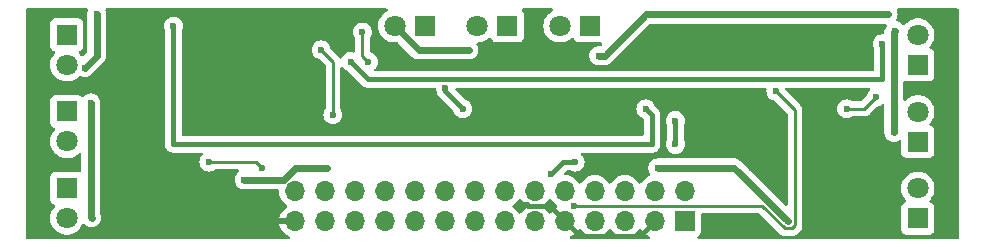
<source format=gbr>
%TF.GenerationSoftware,KiCad,Pcbnew,8.0.0*%
%TF.CreationDate,2024-03-24T17:38:24+02:00*%
%TF.ProjectId,Sensing1_0,53656e73-696e-4673-915f-302e6b696361,rev?*%
%TF.SameCoordinates,Original*%
%TF.FileFunction,Copper,L2,Bot*%
%TF.FilePolarity,Positive*%
%FSLAX46Y46*%
G04 Gerber Fmt 4.6, Leading zero omitted, Abs format (unit mm)*
G04 Created by KiCad (PCBNEW 8.0.0) date 2024-03-24 17:38:24*
%MOMM*%
%LPD*%
G01*
G04 APERTURE LIST*
%TA.AperFunction,ComponentPad*%
%ADD10R,1.800000X1.800000*%
%TD*%
%TA.AperFunction,ComponentPad*%
%ADD11C,1.800000*%
%TD*%
%TA.AperFunction,ComponentPad*%
%ADD12O,1.700000X1.700000*%
%TD*%
%TA.AperFunction,ComponentPad*%
%ADD13R,1.700000X1.700000*%
%TD*%
%TA.AperFunction,ViaPad*%
%ADD14C,0.600000*%
%TD*%
%TA.AperFunction,Conductor*%
%ADD15C,0.400000*%
%TD*%
%TA.AperFunction,Conductor*%
%ADD16C,0.600000*%
%TD*%
%TA.AperFunction,Conductor*%
%ADD17C,0.250000*%
%TD*%
G04 APERTURE END LIST*
D10*
%TO.P,D7,1,K*%
%TO.N,Net-(D7-K)*%
X155525000Y-59275000D03*
D11*
%TO.P,D7,2,A*%
%TO.N,+BATT*%
X155525000Y-56735000D03*
%TD*%
D10*
%TO.P,D6,1,K*%
%TO.N,Net-(D6-K)*%
X127775000Y-42975000D03*
D11*
%TO.P,D6,2,A*%
%TO.N,+BATT*%
X125235000Y-42975000D03*
%TD*%
D10*
%TO.P,D4,1,K*%
%TO.N,Net-(D4-K)*%
X83475000Y-43725000D03*
D11*
%TO.P,D4,2,A*%
%TO.N,+BATT*%
X83475000Y-46265000D03*
%TD*%
D10*
%TO.P,D3,1,K*%
%TO.N,Net-(D3-K)*%
X155525000Y-46275000D03*
D11*
%TO.P,D3,2,A*%
%TO.N,+BATT*%
X155525000Y-43735000D03*
%TD*%
D10*
%TO.P,D2,1,K*%
%TO.N,Net-(D2-K)*%
X113775000Y-42975000D03*
D11*
%TO.P,D2,2,A*%
%TO.N,+BATT*%
X111235000Y-42975000D03*
%TD*%
D10*
%TO.P,D1,1,K*%
%TO.N,Net-(D1-K)*%
X83475000Y-56725000D03*
D11*
%TO.P,D1,2,A*%
%TO.N,+BATT*%
X83475000Y-59265000D03*
%TD*%
D12*
%TO.P,J1,28,Pin_28*%
%TO.N,unconnected-(J1-Pin_28-Pad28)*%
X102780000Y-56960000D03*
%TO.P,J1,27,Pin_27*%
%TO.N,GND*%
X102780000Y-59500000D03*
%TO.P,J1,26,Pin_26*%
%TO.N,+BATT*%
X105320000Y-56960000D03*
%TO.P,J1,25,Pin_25*%
%TO.N,unconnected-(J1-Pin_25-Pad25)*%
X105320000Y-59500000D03*
%TO.P,J1,24,Pin_24*%
%TO.N,unconnected-(J1-Pin_24-Pad24)*%
X107860000Y-56960000D03*
%TO.P,J1,23,Pin_23*%
%TO.N,unconnected-(J1-Pin_23-Pad23)*%
X107860000Y-59500000D03*
%TO.P,J1,22,Pin_22*%
%TO.N,unconnected-(J1-Pin_22-Pad22)*%
X110400000Y-56960000D03*
%TO.P,J1,21,Pin_21*%
%TO.N,GND*%
X110400000Y-59500000D03*
%TO.P,J1,20,Pin_20*%
%TO.N,unconnected-(J1-Pin_20-Pad20)*%
X112940000Y-56960000D03*
%TO.P,J1,19,Pin_19*%
%TO.N,unconnected-(J1-Pin_19-Pad19)*%
X112940000Y-59500000D03*
%TO.P,J1,18,Pin_18*%
%TO.N,unconnected-(J1-Pin_18-Pad18)*%
X115480000Y-56960000D03*
%TO.P,J1,17,Pin_17*%
%TO.N,unconnected-(J1-Pin_17-Pad17)*%
X115480000Y-59500000D03*
%TO.P,J1,16,Pin_16*%
%TO.N,unconnected-(J1-Pin_16-Pad16)*%
X118020000Y-56960000D03*
%TO.P,J1,15,Pin_15*%
%TO.N,GND*%
X118020000Y-59500000D03*
%TO.P,J1,14,Pin_14*%
%TO.N,unconnected-(J1-Pin_14-Pad14)*%
X120560000Y-56960000D03*
%TO.P,J1,13,Pin_13*%
%TO.N,unconnected-(J1-Pin_13-Pad13)*%
X120560000Y-59500000D03*
%TO.P,J1,12,Pin_12*%
%TO.N,/PE13*%
X123100000Y-56960000D03*
%TO.P,J1,11,Pin_11*%
%TO.N,/PA5*%
X123100000Y-59500000D03*
%TO.P,J1,10,Pin_10*%
%TO.N,/PE14*%
X125640000Y-56960000D03*
%TO.P,J1,9,Pin_9*%
%TO.N,GND*%
X125640000Y-59500000D03*
%TO.P,J1,8,Pin_8*%
%TO.N,unconnected-(J1-Pin_8-Pad8)*%
X128180000Y-56960000D03*
%TO.P,J1,7,Pin_7*%
%TO.N,/PA4*%
X128180000Y-59500000D03*
%TO.P,J1,6,Pin_6*%
%TO.N,unconnected-(J1-Pin_6-Pad6)*%
X130720000Y-56960000D03*
%TO.P,J1,5,Pin_5*%
%TO.N,/PA3*%
X130720000Y-59500000D03*
%TO.P,J1,4,Pin_4*%
%TO.N,+BATT*%
X133260000Y-56960000D03*
%TO.P,J1,3,Pin_3*%
%TO.N,GND*%
X133260000Y-59500000D03*
%TO.P,J1,2,Pin_2*%
%TO.N,unconnected-(J1-Pin_2-Pad2)*%
X135800000Y-56960000D03*
D13*
%TO.P,J1,1,Pin_1*%
%TO.N,unconnected-(J1-Pin_1-Pad1)*%
X135800000Y-59500000D03*
%TD*%
D10*
%TO.P,D9,1,K*%
%TO.N,+BATT*%
X155525000Y-52775000D03*
D11*
%TO.P,D9,2,A*%
%TO.N,/PA5*%
X155525000Y-50235000D03*
%TD*%
D10*
%TO.P,D8,1,K*%
%TO.N,+BATT*%
X120775000Y-42975000D03*
D11*
%TO.P,D8,2,A*%
%TO.N,/PA4*%
X118235000Y-42975000D03*
%TD*%
D10*
%TO.P,D5,1,K*%
%TO.N,+BATT*%
X83475000Y-50225000D03*
D11*
%TO.P,D5,2,A*%
%TO.N,/PA3*%
X83475000Y-52765000D03*
%TD*%
D14*
%TO.N,GND*%
X125500000Y-49500000D03*
X115500000Y-51125000D03*
%TO.N,+BATT*%
X117500000Y-45000000D03*
%TO.N,GND*%
X122425373Y-58129353D03*
X146500000Y-58500000D03*
X147993662Y-55982420D03*
%TO.N,/PA4*%
X117000000Y-50000000D03*
X115500000Y-48200000D03*
%TO.N,GND*%
X143500000Y-55500000D03*
X138000000Y-49500000D03*
X141500000Y-55000000D03*
X91500000Y-57500000D03*
X101000000Y-58000000D03*
%TO.N,/PE14*%
X126500000Y-54500000D03*
X124500000Y-55500000D03*
%TO.N,/PA5*%
X143500000Y-48500000D03*
X126380000Y-58230451D03*
%TO.N,+BATT*%
X133500000Y-55000000D03*
X144500000Y-59500000D03*
X105500000Y-55000000D03*
X98500000Y-56000000D03*
%TO.N,/PA4*%
X105000000Y-45000000D03*
X106000000Y-50500000D03*
%TO.N,/PA3*%
X95500000Y-54500000D03*
X100000000Y-55000000D03*
%TO.N,+BATT*%
X153500000Y-52000000D03*
X153619975Y-43380025D03*
X153000000Y-42000000D03*
X128500000Y-45500000D03*
X85563050Y-59200000D03*
X85500000Y-49500000D03*
X85000000Y-46500000D03*
X86000000Y-42000000D03*
%TO.N,Net-(Q2-C)*%
X92500000Y-43000000D03*
X132500000Y-50000000D03*
%TO.N,/PA4*%
X109000000Y-46000000D03*
X108500000Y-43500000D03*
%TO.N,Net-(JP13-A)*%
X152000000Y-49000000D03*
X149500000Y-50000000D03*
%TO.N,Net-(JP6-A)*%
X135000000Y-53000000D03*
X135000000Y-51000000D03*
%TO.N,Net-(Q1-C)*%
X107500000Y-46000000D03*
X152500000Y-44500000D03*
%TD*%
D15*
%TO.N,GND*%
X124000000Y-51000000D02*
X125500000Y-49500000D01*
X115500000Y-51125000D02*
X115625000Y-51000000D01*
X115625000Y-51000000D02*
X124000000Y-51000000D01*
D16*
%TO.N,+BATT*%
X113260000Y-45000000D02*
X111235000Y-42975000D01*
X117500000Y-45000000D02*
X113260000Y-45000000D01*
D17*
%TO.N,/PA5*%
X145125000Y-50125000D02*
X143500000Y-48500000D01*
X144875000Y-60125000D02*
X145125000Y-59875000D01*
X144241116Y-60125000D02*
X144875000Y-60125000D01*
X145125000Y-59875000D02*
X145125000Y-50125000D01*
X126380000Y-58230451D02*
X142346567Y-58230451D01*
X142346567Y-58230451D02*
X144241116Y-60125000D01*
D15*
%TO.N,GND*%
X132010000Y-60750000D02*
X133260000Y-59500000D01*
X126890000Y-60750000D02*
X132010000Y-60750000D01*
X125640000Y-59500000D02*
X126890000Y-60750000D01*
X122425373Y-58129353D02*
X122506020Y-58210000D01*
X122506020Y-58210000D02*
X124350000Y-58210000D01*
X124350000Y-58210000D02*
X125640000Y-59500000D01*
X147993662Y-57006338D02*
X146500000Y-58500000D01*
X147993662Y-55982420D02*
X147993662Y-57006338D01*
%TO.N,/PA4*%
X115500000Y-48500000D02*
X117000000Y-50000000D01*
X115500000Y-48200000D02*
X115500000Y-48500000D01*
D17*
%TO.N,GND*%
X142000000Y-55500000D02*
X141500000Y-55000000D01*
X143500000Y-55500000D02*
X142000000Y-55500000D01*
D15*
X141500000Y-53000000D02*
X138000000Y-49500000D01*
X141500000Y-55000000D02*
X141500000Y-53000000D01*
X101000000Y-58000000D02*
X92000000Y-58000000D01*
X92000000Y-58000000D02*
X91500000Y-57500000D01*
%TO.N,/PE14*%
X126500000Y-54500000D02*
X125500000Y-54500000D01*
X125500000Y-54500000D02*
X124500000Y-55500000D01*
D16*
%TO.N,+BATT*%
X140000000Y-55000000D02*
X133500000Y-55000000D01*
X144500000Y-59500000D02*
X140000000Y-55000000D01*
X101830811Y-56000000D02*
X102830811Y-55000000D01*
X102830811Y-55000000D02*
X105500000Y-55000000D01*
X98500000Y-56000000D02*
X101830811Y-56000000D01*
D17*
%TO.N,/PA4*%
X106000000Y-46000000D02*
X105000000Y-45000000D01*
X106000000Y-50500000D02*
X106000000Y-46000000D01*
%TO.N,/PA3*%
X100000000Y-55000000D02*
X99500000Y-54500000D01*
X99500000Y-54500000D02*
X95500000Y-54500000D01*
D16*
%TO.N,+BATT*%
X153619975Y-43380025D02*
X153500000Y-43500000D01*
X153500000Y-43500000D02*
X153500000Y-52000000D01*
X129000000Y-45500000D02*
X132500000Y-42000000D01*
X128500000Y-45500000D02*
X129000000Y-45500000D01*
X132500000Y-42000000D02*
X153000000Y-42000000D01*
X85500000Y-59136950D02*
X85563050Y-59200000D01*
X85500000Y-49500000D02*
X85500000Y-59136950D01*
X86000000Y-45500000D02*
X85000000Y-46500000D01*
X86000000Y-42000000D02*
X86000000Y-45500000D01*
D15*
%TO.N,Net-(Q2-C)*%
X92500000Y-43000000D02*
X92500000Y-53000000D01*
X133000000Y-50500000D02*
X132500000Y-50000000D01*
X133000000Y-53000000D02*
X133000000Y-50500000D01*
X92500000Y-53000000D02*
X133000000Y-53000000D01*
D17*
%TO.N,/PA4*%
X108500000Y-45500000D02*
X109000000Y-46000000D01*
X108500000Y-43500000D02*
X108500000Y-45500000D01*
%TO.N,Net-(JP13-A)*%
X151000000Y-50000000D02*
X152000000Y-49000000D01*
X149500000Y-50000000D02*
X151000000Y-50000000D01*
D15*
%TO.N,Net-(JP6-A)*%
X135000000Y-51000000D02*
X135000000Y-53000000D01*
%TO.N,Net-(Q1-C)*%
X109000000Y-47500000D02*
X107500000Y-46000000D01*
X152500000Y-44500000D02*
X152500000Y-45500000D01*
X152500000Y-47500000D02*
X109000000Y-47500000D01*
X152500000Y-45500000D02*
X152500000Y-47500000D01*
%TD*%
%TA.AperFunction,Conductor*%
%TO.N,GND*%
G36*
X85218968Y-41520185D02*
G01*
X85264723Y-41572989D01*
X85274667Y-41642147D01*
X85268971Y-41665452D01*
X85262363Y-41684335D01*
X85252982Y-41711142D01*
X85250504Y-41717631D01*
X85230264Y-41766496D01*
X85230263Y-41766502D01*
X85227550Y-41780140D01*
X85222975Y-41796898D01*
X85214634Y-41820735D01*
X85214632Y-41820742D01*
X85208890Y-41871696D01*
X85207288Y-41881994D01*
X85199500Y-41921152D01*
X85199500Y-41948085D01*
X85198720Y-41961968D01*
X85194435Y-42000000D01*
X85197491Y-42027127D01*
X85198720Y-42038029D01*
X85199500Y-42051914D01*
X85199500Y-45117059D01*
X85179815Y-45184098D01*
X85163181Y-45204740D01*
X84842941Y-45524980D01*
X84781618Y-45558465D01*
X84711926Y-45553481D01*
X84655993Y-45511609D01*
X84651451Y-45505121D01*
X84646627Y-45497738D01*
X84583979Y-45401847D01*
X84489195Y-45298884D01*
X84458275Y-45236232D01*
X84466135Y-45166806D01*
X84510283Y-45112651D01*
X84537095Y-45098722D01*
X84617326Y-45068798D01*
X84617326Y-45068797D01*
X84617331Y-45068796D01*
X84732546Y-44982546D01*
X84818796Y-44867331D01*
X84869091Y-44732483D01*
X84875500Y-44672873D01*
X84875499Y-42777128D01*
X84869091Y-42717517D01*
X84868014Y-42714630D01*
X84818797Y-42582671D01*
X84818793Y-42582664D01*
X84732547Y-42467455D01*
X84732544Y-42467452D01*
X84617335Y-42381206D01*
X84617328Y-42381202D01*
X84482482Y-42330908D01*
X84482483Y-42330908D01*
X84422883Y-42324501D01*
X84422881Y-42324500D01*
X84422873Y-42324500D01*
X84422864Y-42324500D01*
X82527129Y-42324500D01*
X82527123Y-42324501D01*
X82467516Y-42330908D01*
X82332671Y-42381202D01*
X82332664Y-42381206D01*
X82217455Y-42467452D01*
X82217452Y-42467455D01*
X82131206Y-42582664D01*
X82131202Y-42582671D01*
X82080908Y-42717517D01*
X82074501Y-42777116D01*
X82074501Y-42777123D01*
X82074500Y-42777135D01*
X82074500Y-44672870D01*
X82074501Y-44672876D01*
X82080908Y-44732483D01*
X82131202Y-44867328D01*
X82131206Y-44867335D01*
X82217452Y-44982544D01*
X82217455Y-44982547D01*
X82332664Y-45068793D01*
X82332673Y-45068798D01*
X82412904Y-45098722D01*
X82468838Y-45140593D01*
X82493256Y-45206057D01*
X82478405Y-45274330D01*
X82460802Y-45298886D01*
X82366019Y-45401849D01*
X82239075Y-45596151D01*
X82145842Y-45808699D01*
X82088866Y-46033691D01*
X82088864Y-46033702D01*
X82069700Y-46264993D01*
X82069700Y-46265006D01*
X82088864Y-46496297D01*
X82088866Y-46496308D01*
X82145842Y-46721300D01*
X82239075Y-46933848D01*
X82366016Y-47128147D01*
X82366019Y-47128151D01*
X82366021Y-47128153D01*
X82523216Y-47298913D01*
X82523219Y-47298915D01*
X82523222Y-47298918D01*
X82706365Y-47441464D01*
X82706371Y-47441468D01*
X82706374Y-47441470D01*
X82910497Y-47551936D01*
X83024487Y-47591068D01*
X83130015Y-47627297D01*
X83130017Y-47627297D01*
X83130019Y-47627298D01*
X83358951Y-47665500D01*
X83358952Y-47665500D01*
X83591048Y-47665500D01*
X83591049Y-47665500D01*
X83819981Y-47627298D01*
X84039503Y-47551936D01*
X84243626Y-47441470D01*
X84426784Y-47298913D01*
X84426788Y-47298907D01*
X84426792Y-47298905D01*
X84472277Y-47249494D01*
X84481343Y-47239644D01*
X84541229Y-47203653D01*
X84611067Y-47205752D01*
X84619990Y-47209050D01*
X84620820Y-47209393D01*
X84620821Y-47209394D01*
X84621583Y-47209709D01*
X84640134Y-47219289D01*
X84650478Y-47225789D01*
X84711175Y-47247028D01*
X84717607Y-47249484D01*
X84746021Y-47261253D01*
X84766497Y-47269735D01*
X84766498Y-47269735D01*
X84766503Y-47269737D01*
X84780139Y-47272449D01*
X84796898Y-47277023D01*
X84820745Y-47285368D01*
X84871714Y-47291110D01*
X84881992Y-47292709D01*
X84909140Y-47298109D01*
X84921157Y-47300500D01*
X84921158Y-47300500D01*
X84948085Y-47300500D01*
X84961969Y-47301280D01*
X84999998Y-47305565D01*
X85000000Y-47305565D01*
X85000002Y-47305565D01*
X85038031Y-47301280D01*
X85051915Y-47300500D01*
X85078841Y-47300500D01*
X85078842Y-47300500D01*
X85118017Y-47292707D01*
X85128283Y-47291110D01*
X85179255Y-47285368D01*
X85203100Y-47277023D01*
X85219862Y-47272448D01*
X85233497Y-47269737D01*
X85282389Y-47249484D01*
X85288837Y-47247023D01*
X85349522Y-47225789D01*
X85359868Y-47219287D01*
X85378390Y-47209720D01*
X85379179Y-47209394D01*
X85433987Y-47172771D01*
X85436825Y-47170931D01*
X85502262Y-47129816D01*
X85629816Y-47002262D01*
X86621789Y-46010289D01*
X86709394Y-45879179D01*
X86769738Y-45733497D01*
X86800500Y-45578842D01*
X86800500Y-45421157D01*
X86800500Y-42051914D01*
X86801280Y-42038029D01*
X86802509Y-42027127D01*
X86805565Y-42000000D01*
X86801279Y-41961968D01*
X86800500Y-41948085D01*
X86800500Y-41921157D01*
X86792711Y-41882003D01*
X86791110Y-41871714D01*
X86785368Y-41820745D01*
X86777023Y-41796898D01*
X86772449Y-41780139D01*
X86769737Y-41766503D01*
X86769734Y-41766496D01*
X86761253Y-41746021D01*
X86749484Y-41717607D01*
X86747016Y-41711142D01*
X86735611Y-41678547D01*
X86731029Y-41665452D01*
X86727468Y-41595673D01*
X86762198Y-41535047D01*
X86824192Y-41502821D01*
X86848071Y-41500500D01*
X110527420Y-41500500D01*
X110594459Y-41520185D01*
X110640214Y-41572989D01*
X110650158Y-41642147D01*
X110621133Y-41705703D01*
X110586437Y-41733555D01*
X110466376Y-41798528D01*
X110466365Y-41798535D01*
X110283222Y-41941081D01*
X110283219Y-41941084D01*
X110283216Y-41941086D01*
X110283216Y-41941087D01*
X110238319Y-41989858D01*
X110126016Y-42111852D01*
X109999075Y-42306151D01*
X109905842Y-42518699D01*
X109848866Y-42743691D01*
X109848864Y-42743702D01*
X109829700Y-42974993D01*
X109829700Y-42975006D01*
X109848864Y-43206297D01*
X109848866Y-43206308D01*
X109905842Y-43431300D01*
X109999075Y-43643848D01*
X110126016Y-43838147D01*
X110126019Y-43838151D01*
X110126021Y-43838153D01*
X110283216Y-44008913D01*
X110283219Y-44008915D01*
X110283222Y-44008918D01*
X110466365Y-44151464D01*
X110466371Y-44151468D01*
X110466374Y-44151470D01*
X110670497Y-44261936D01*
X110784487Y-44301068D01*
X110890015Y-44337297D01*
X110890017Y-44337297D01*
X110890019Y-44337298D01*
X111118951Y-44375500D01*
X111118952Y-44375500D01*
X111351051Y-44375500D01*
X111382905Y-44370184D01*
X111418672Y-44364215D01*
X111488036Y-44372595D01*
X111526764Y-44398842D01*
X112638211Y-45510289D01*
X112706764Y-45578842D01*
X112749712Y-45621790D01*
X112823185Y-45670883D01*
X112880821Y-45709394D01*
X112983833Y-45752062D01*
X113026502Y-45769737D01*
X113156171Y-45795530D01*
X113181152Y-45800499D01*
X113181155Y-45800500D01*
X113181157Y-45800500D01*
X113181158Y-45800500D01*
X117448085Y-45800500D01*
X117461969Y-45801280D01*
X117499998Y-45805565D01*
X117500000Y-45805565D01*
X117500002Y-45805565D01*
X117538031Y-45801280D01*
X117551915Y-45800500D01*
X117578841Y-45800500D01*
X117578842Y-45800500D01*
X117618017Y-45792707D01*
X117628283Y-45791110D01*
X117679255Y-45785368D01*
X117703100Y-45777023D01*
X117719862Y-45772448D01*
X117733497Y-45769737D01*
X117782389Y-45749484D01*
X117788837Y-45747023D01*
X117849522Y-45725789D01*
X117859868Y-45719287D01*
X117878390Y-45709720D01*
X117879179Y-45709394D01*
X117933987Y-45672771D01*
X117936825Y-45670931D01*
X118002262Y-45629816D01*
X118129816Y-45502262D01*
X118170931Y-45436825D01*
X118172777Y-45433979D01*
X118209389Y-45379186D01*
X118209394Y-45379179D01*
X118209720Y-45378390D01*
X118219287Y-45359868D01*
X118225789Y-45349522D01*
X118247023Y-45288837D01*
X118249484Y-45282389D01*
X118269737Y-45233497D01*
X118272448Y-45219862D01*
X118277023Y-45203100D01*
X118285368Y-45179255D01*
X118291110Y-45128283D01*
X118292707Y-45118017D01*
X118300500Y-45078842D01*
X118300500Y-45051914D01*
X118301280Y-45038029D01*
X118305565Y-45000001D01*
X118305565Y-44999998D01*
X118301280Y-44961969D01*
X118300500Y-44948085D01*
X118300500Y-44921157D01*
X118292711Y-44882003D01*
X118291110Y-44871714D01*
X118285368Y-44820745D01*
X118277023Y-44796898D01*
X118272449Y-44780139D01*
X118269737Y-44766503D01*
X118249484Y-44717607D01*
X118247028Y-44711175D01*
X118225789Y-44650478D01*
X118219289Y-44640134D01*
X118209719Y-44621606D01*
X118209394Y-44620821D01*
X118174360Y-44568389D01*
X118153483Y-44501714D01*
X118171967Y-44434334D01*
X118223946Y-44387643D01*
X118277463Y-44375500D01*
X118351048Y-44375500D01*
X118351049Y-44375500D01*
X118579981Y-44337298D01*
X118799503Y-44261936D01*
X119003626Y-44151470D01*
X119186784Y-44008913D01*
X119195130Y-43999846D01*
X119255010Y-43963854D01*
X119324849Y-43965949D01*
X119382468Y-44005469D01*
X119402544Y-44040491D01*
X119431203Y-44117330D01*
X119431206Y-44117335D01*
X119517452Y-44232544D01*
X119517455Y-44232547D01*
X119632664Y-44318793D01*
X119632671Y-44318797D01*
X119767517Y-44369091D01*
X119767516Y-44369091D01*
X119774444Y-44369835D01*
X119827127Y-44375500D01*
X121722872Y-44375499D01*
X121782483Y-44369091D01*
X121917331Y-44318796D01*
X122032546Y-44232546D01*
X122118796Y-44117331D01*
X122169091Y-43982483D01*
X122175500Y-43922873D01*
X122175499Y-42027128D01*
X122169091Y-41967517D01*
X122161843Y-41948085D01*
X122118797Y-41832671D01*
X122118793Y-41832664D01*
X122032547Y-41717455D01*
X122027273Y-41712181D01*
X121993788Y-41650858D01*
X121998772Y-41581166D01*
X122040644Y-41525233D01*
X122106108Y-41500816D01*
X122114954Y-41500500D01*
X124527420Y-41500500D01*
X124594459Y-41520185D01*
X124640214Y-41572989D01*
X124650158Y-41642147D01*
X124621133Y-41705703D01*
X124586437Y-41733555D01*
X124466376Y-41798528D01*
X124466365Y-41798535D01*
X124283222Y-41941081D01*
X124283219Y-41941084D01*
X124283216Y-41941086D01*
X124283216Y-41941087D01*
X124238319Y-41989858D01*
X124126016Y-42111852D01*
X123999075Y-42306151D01*
X123905842Y-42518699D01*
X123848866Y-42743691D01*
X123848864Y-42743702D01*
X123829700Y-42974993D01*
X123829700Y-42975006D01*
X123848864Y-43206297D01*
X123848866Y-43206308D01*
X123905842Y-43431300D01*
X123999075Y-43643848D01*
X124126016Y-43838147D01*
X124126019Y-43838151D01*
X124126021Y-43838153D01*
X124283216Y-44008913D01*
X124283219Y-44008915D01*
X124283222Y-44008918D01*
X124466365Y-44151464D01*
X124466371Y-44151468D01*
X124466374Y-44151470D01*
X124670497Y-44261936D01*
X124784487Y-44301068D01*
X124890015Y-44337297D01*
X124890017Y-44337297D01*
X124890019Y-44337298D01*
X125118951Y-44375500D01*
X125118952Y-44375500D01*
X125351048Y-44375500D01*
X125351049Y-44375500D01*
X125579981Y-44337298D01*
X125799503Y-44261936D01*
X126003626Y-44151470D01*
X126186784Y-44008913D01*
X126195130Y-43999846D01*
X126255010Y-43963854D01*
X126324849Y-43965949D01*
X126382468Y-44005469D01*
X126402544Y-44040491D01*
X126431203Y-44117330D01*
X126431206Y-44117335D01*
X126517452Y-44232544D01*
X126517455Y-44232547D01*
X126632664Y-44318793D01*
X126632671Y-44318797D01*
X126767517Y-44369091D01*
X126767516Y-44369091D01*
X126774444Y-44369835D01*
X126827127Y-44375500D01*
X128693060Y-44375499D01*
X128760099Y-44395184D01*
X128805854Y-44447987D01*
X128815798Y-44517146D01*
X128786773Y-44580702D01*
X128780742Y-44587180D01*
X128704739Y-44663182D01*
X128643419Y-44696666D01*
X128617060Y-44699500D01*
X128551915Y-44699500D01*
X128538031Y-44698720D01*
X128500002Y-44694435D01*
X128499998Y-44694435D01*
X128461969Y-44698720D01*
X128448085Y-44699500D01*
X128421152Y-44699500D01*
X128381994Y-44707288D01*
X128371696Y-44708890D01*
X128320742Y-44714632D01*
X128320735Y-44714634D01*
X128296898Y-44722975D01*
X128280140Y-44727550D01*
X128266502Y-44730263D01*
X128266496Y-44730264D01*
X128217631Y-44750504D01*
X128211140Y-44752982D01*
X128150477Y-44774210D01*
X128150474Y-44774212D01*
X128140127Y-44780713D01*
X128121639Y-44790266D01*
X128120832Y-44790600D01*
X128120824Y-44790604D01*
X128066047Y-44827204D01*
X128063132Y-44829092D01*
X127997742Y-44870180D01*
X127997735Y-44870186D01*
X127870186Y-44997735D01*
X127870180Y-44997742D01*
X127829092Y-45063132D01*
X127827204Y-45066047D01*
X127790604Y-45120824D01*
X127790600Y-45120832D01*
X127790266Y-45121639D01*
X127780713Y-45140127D01*
X127774212Y-45150474D01*
X127774210Y-45150477D01*
X127752982Y-45211140D01*
X127750504Y-45217631D01*
X127730264Y-45266496D01*
X127730263Y-45266502D01*
X127727550Y-45280140D01*
X127722975Y-45296898D01*
X127714634Y-45320735D01*
X127714632Y-45320742D01*
X127708890Y-45371696D01*
X127707288Y-45381994D01*
X127699500Y-45421152D01*
X127699500Y-45448085D01*
X127698720Y-45461969D01*
X127694435Y-45499998D01*
X127694435Y-45500001D01*
X127698720Y-45538029D01*
X127699500Y-45551914D01*
X127699500Y-45578844D01*
X127707288Y-45618003D01*
X127708890Y-45628303D01*
X127714632Y-45679252D01*
X127714633Y-45679260D01*
X127722976Y-45703104D01*
X127727550Y-45719860D01*
X127730262Y-45733496D01*
X127750509Y-45782377D01*
X127752986Y-45788867D01*
X127757056Y-45800499D01*
X127774212Y-45849524D01*
X127780709Y-45859865D01*
X127790268Y-45878365D01*
X127790603Y-45879173D01*
X127790605Y-45879179D01*
X127827223Y-45933982D01*
X127829114Y-45936900D01*
X127870180Y-46002257D01*
X127870182Y-46002260D01*
X127870184Y-46002262D01*
X127997738Y-46129816D01*
X128063131Y-46170905D01*
X128066040Y-46172790D01*
X128120821Y-46209394D01*
X128121606Y-46209719D01*
X128140134Y-46219289D01*
X128150478Y-46225789D01*
X128211175Y-46247028D01*
X128217607Y-46249484D01*
X128246021Y-46261253D01*
X128266497Y-46269735D01*
X128266498Y-46269735D01*
X128266503Y-46269737D01*
X128280139Y-46272449D01*
X128296898Y-46277023D01*
X128320745Y-46285368D01*
X128371714Y-46291110D01*
X128381992Y-46292709D01*
X128409140Y-46298109D01*
X128421157Y-46300500D01*
X128421158Y-46300500D01*
X128448085Y-46300500D01*
X128461969Y-46301280D01*
X128499998Y-46305565D01*
X128500000Y-46305565D01*
X128500002Y-46305565D01*
X128538031Y-46301280D01*
X128551915Y-46300500D01*
X129078844Y-46300500D01*
X129078845Y-46300499D01*
X129233497Y-46269737D01*
X129379179Y-46209394D01*
X129510289Y-46121789D01*
X132795259Y-42836819D01*
X132856582Y-42803334D01*
X132882940Y-42800500D01*
X152772650Y-42800500D01*
X152839689Y-42820185D01*
X152885444Y-42872989D01*
X152895388Y-42942147D01*
X152875752Y-42993391D01*
X152790609Y-43120814D01*
X152790602Y-43120827D01*
X152730264Y-43266498D01*
X152730261Y-43266510D01*
X152699500Y-43421153D01*
X152699500Y-43578156D01*
X152679815Y-43645195D01*
X152627011Y-43690950D01*
X152561618Y-43701377D01*
X152521815Y-43696892D01*
X152500000Y-43694435D01*
X152499998Y-43694435D01*
X152499997Y-43694435D01*
X152499996Y-43694435D01*
X152320750Y-43714630D01*
X152320745Y-43714631D01*
X152150476Y-43774211D01*
X151997737Y-43870184D01*
X151870184Y-43997737D01*
X151774211Y-44150476D01*
X151714631Y-44320745D01*
X151714630Y-44320750D01*
X151694435Y-44499996D01*
X151694435Y-44500003D01*
X151714630Y-44679249D01*
X151714631Y-44679254D01*
X151774212Y-44849525D01*
X151780492Y-44859519D01*
X151799500Y-44925493D01*
X151799500Y-46675500D01*
X151779815Y-46742539D01*
X151727011Y-46788294D01*
X151675500Y-46799500D01*
X109631940Y-46799500D01*
X109564901Y-46779815D01*
X109519146Y-46727011D01*
X109509202Y-46657853D01*
X109538227Y-46594297D01*
X109544259Y-46587819D01*
X109629816Y-46502262D01*
X109725789Y-46349522D01*
X109785368Y-46179255D01*
X109786309Y-46170905D01*
X109805565Y-46000003D01*
X109805565Y-45999996D01*
X109785369Y-45820750D01*
X109785368Y-45820745D01*
X109767520Y-45769738D01*
X109725789Y-45650478D01*
X109707762Y-45621789D01*
X109659483Y-45544953D01*
X109629816Y-45497738D01*
X109502262Y-45370184D01*
X109469377Y-45349521D01*
X109349523Y-45274211D01*
X109208545Y-45224881D01*
X109151769Y-45184159D01*
X109126022Y-45119206D01*
X109125500Y-45107839D01*
X109125500Y-44044854D01*
X109144507Y-43978881D01*
X109225788Y-43849524D01*
X109229769Y-43838147D01*
X109285368Y-43679255D01*
X109289206Y-43645195D01*
X109305565Y-43500003D01*
X109305565Y-43499996D01*
X109285369Y-43320750D01*
X109285368Y-43320745D01*
X109245321Y-43206297D01*
X109225789Y-43150478D01*
X109129816Y-42997738D01*
X109002262Y-42870184D01*
X108949162Y-42836819D01*
X108849523Y-42774211D01*
X108679254Y-42714631D01*
X108679249Y-42714630D01*
X108500004Y-42694435D01*
X108499996Y-42694435D01*
X108320750Y-42714630D01*
X108320745Y-42714631D01*
X108150476Y-42774211D01*
X107997737Y-42870184D01*
X107870184Y-42997737D01*
X107774211Y-43150476D01*
X107714631Y-43320745D01*
X107714630Y-43320750D01*
X107694435Y-43499996D01*
X107694435Y-43500003D01*
X107714630Y-43679249D01*
X107714631Y-43679254D01*
X107774211Y-43849524D01*
X107855493Y-43978881D01*
X107874500Y-44044854D01*
X107874500Y-45108188D01*
X107854815Y-45175227D01*
X107802011Y-45220982D01*
X107732853Y-45230926D01*
X107709548Y-45225230D01*
X107679264Y-45214634D01*
X107679249Y-45214630D01*
X107500004Y-45194435D01*
X107499996Y-45194435D01*
X107320750Y-45214630D01*
X107320745Y-45214631D01*
X107150476Y-45274211D01*
X106997737Y-45370184D01*
X106870184Y-45497737D01*
X106774209Y-45650479D01*
X106768484Y-45666842D01*
X106727762Y-45723618D01*
X106662809Y-45749364D01*
X106594247Y-45735907D01*
X106548341Y-45694778D01*
X106485855Y-45601263D01*
X105826211Y-44941621D01*
X105792726Y-44880298D01*
X105790673Y-44867838D01*
X105785368Y-44820745D01*
X105725789Y-44650478D01*
X105707152Y-44620818D01*
X105631237Y-44500000D01*
X105629816Y-44497738D01*
X105502262Y-44370184D01*
X105471586Y-44350909D01*
X105349523Y-44274211D01*
X105179254Y-44214631D01*
X105179249Y-44214630D01*
X105000004Y-44194435D01*
X104999996Y-44194435D01*
X104820750Y-44214630D01*
X104820745Y-44214631D01*
X104650476Y-44274211D01*
X104497737Y-44370184D01*
X104370184Y-44497737D01*
X104274211Y-44650476D01*
X104214631Y-44820745D01*
X104214630Y-44820750D01*
X104194435Y-44999996D01*
X104194435Y-45000003D01*
X104214630Y-45179249D01*
X104214631Y-45179254D01*
X104274211Y-45349523D01*
X104319219Y-45421152D01*
X104370184Y-45502262D01*
X104497738Y-45629816D01*
X104563096Y-45670883D01*
X104647022Y-45723618D01*
X104650478Y-45725789D01*
X104820745Y-45785368D01*
X104867823Y-45790672D01*
X104932236Y-45817737D01*
X104941621Y-45826211D01*
X105338181Y-46222771D01*
X105371666Y-46284094D01*
X105374500Y-46310452D01*
X105374500Y-49955145D01*
X105355494Y-50021117D01*
X105274211Y-50150476D01*
X105214631Y-50320745D01*
X105214630Y-50320750D01*
X105194435Y-50499996D01*
X105194435Y-50500003D01*
X105214630Y-50679249D01*
X105214631Y-50679254D01*
X105274211Y-50849523D01*
X105368760Y-50999996D01*
X105370184Y-51002262D01*
X105497738Y-51129816D01*
X105650478Y-51225789D01*
X105820745Y-51285368D01*
X105820750Y-51285369D01*
X105999996Y-51305565D01*
X106000000Y-51305565D01*
X106000004Y-51305565D01*
X106179249Y-51285369D01*
X106179252Y-51285368D01*
X106179255Y-51285368D01*
X106349522Y-51225789D01*
X106502262Y-51129816D01*
X106629816Y-51002262D01*
X106725789Y-50849522D01*
X106785368Y-50679255D01*
X106785369Y-50679249D01*
X106805565Y-50500003D01*
X106805565Y-50499996D01*
X106785369Y-50320750D01*
X106785368Y-50320745D01*
X106759218Y-50246013D01*
X106725789Y-50150478D01*
X106671070Y-50063394D01*
X106644506Y-50021117D01*
X106625500Y-49955145D01*
X106625500Y-46543263D01*
X106645185Y-46476224D01*
X106697989Y-46430469D01*
X106767147Y-46420525D01*
X106830703Y-46449550D01*
X106854492Y-46477289D01*
X106870184Y-46502262D01*
X106997738Y-46629816D01*
X107042359Y-46657853D01*
X107143333Y-46721300D01*
X107150478Y-46725789D01*
X107198347Y-46742539D01*
X107253986Y-46762008D01*
X107300712Y-46791369D01*
X108455886Y-47946542D01*
X108553458Y-48044114D01*
X108553459Y-48044115D01*
X108668182Y-48120771D01*
X108668189Y-48120775D01*
X108739897Y-48150477D01*
X108739898Y-48150478D01*
X108763000Y-48160046D01*
X108795671Y-48173580D01*
X108795680Y-48173581D01*
X108795681Y-48173582D01*
X108822545Y-48178925D01*
X108822551Y-48178926D01*
X108822591Y-48178934D01*
X108912937Y-48196905D01*
X108931006Y-48200500D01*
X108931007Y-48200500D01*
X114583678Y-48200500D01*
X114650717Y-48220185D01*
X114696472Y-48272989D01*
X114706898Y-48310617D01*
X114714630Y-48379249D01*
X114714631Y-48379254D01*
X114714632Y-48379255D01*
X114774211Y-48549522D01*
X114793382Y-48580034D01*
X114810006Y-48621813D01*
X114826418Y-48704322D01*
X114826420Y-48704330D01*
X114879222Y-48831807D01*
X114955887Y-48946545D01*
X114955888Y-48946546D01*
X116208631Y-50199287D01*
X116237991Y-50246013D01*
X116274210Y-50349520D01*
X116274212Y-50349524D01*
X116325410Y-50431005D01*
X116370184Y-50502262D01*
X116497738Y-50629816D01*
X116650478Y-50725789D01*
X116780695Y-50771354D01*
X116820745Y-50785368D01*
X116820750Y-50785369D01*
X116999996Y-50805565D01*
X117000000Y-50805565D01*
X117000004Y-50805565D01*
X117179249Y-50785369D01*
X117179252Y-50785368D01*
X117179255Y-50785368D01*
X117349522Y-50725789D01*
X117502262Y-50629816D01*
X117629816Y-50502262D01*
X117725789Y-50349522D01*
X117785368Y-50179255D01*
X117785369Y-50179249D01*
X117805565Y-50000003D01*
X117805565Y-49999996D01*
X117785369Y-49820750D01*
X117785368Y-49820745D01*
X117752141Y-49725788D01*
X117725789Y-49650478D01*
X117629816Y-49497738D01*
X117502262Y-49370184D01*
X117451330Y-49338181D01*
X117349524Y-49274212D01*
X117349520Y-49274210D01*
X117246013Y-49237991D01*
X117199287Y-49208631D01*
X116402838Y-48412181D01*
X116369353Y-48350858D01*
X116374337Y-48281166D01*
X116416209Y-48225233D01*
X116481673Y-48200816D01*
X116490519Y-48200500D01*
X142589424Y-48200500D01*
X142656463Y-48220185D01*
X142702218Y-48272989D01*
X142712644Y-48338383D01*
X142694435Y-48499996D01*
X142694435Y-48500003D01*
X142714630Y-48679249D01*
X142714631Y-48679254D01*
X142774211Y-48849523D01*
X142835175Y-48946546D01*
X142870184Y-49002262D01*
X142997738Y-49129816D01*
X143076891Y-49179551D01*
X143132721Y-49214632D01*
X143150478Y-49225789D01*
X143320745Y-49285368D01*
X143367823Y-49290672D01*
X143432236Y-49317737D01*
X143441621Y-49326211D01*
X144463181Y-50347771D01*
X144496666Y-50409094D01*
X144499500Y-50435452D01*
X144499500Y-58068059D01*
X144479815Y-58135098D01*
X144427011Y-58180853D01*
X144357853Y-58190797D01*
X144294297Y-58161772D01*
X144287819Y-58155740D01*
X140510292Y-54378213D01*
X140510288Y-54378210D01*
X140379185Y-54290609D01*
X140379172Y-54290602D01*
X140233501Y-54230264D01*
X140233489Y-54230261D01*
X140078845Y-54199500D01*
X140078842Y-54199500D01*
X133551915Y-54199500D01*
X133538031Y-54198720D01*
X133500002Y-54194435D01*
X133499998Y-54194435D01*
X133461969Y-54198720D01*
X133448085Y-54199500D01*
X133421152Y-54199500D01*
X133381994Y-54207288D01*
X133371696Y-54208890D01*
X133320742Y-54214632D01*
X133320735Y-54214634D01*
X133296898Y-54222975D01*
X133280140Y-54227550D01*
X133266502Y-54230263D01*
X133266496Y-54230264D01*
X133217631Y-54250504D01*
X133211140Y-54252982D01*
X133150477Y-54274210D01*
X133150474Y-54274212D01*
X133140127Y-54280713D01*
X133121639Y-54290266D01*
X133120832Y-54290600D01*
X133120824Y-54290604D01*
X133066047Y-54327204D01*
X133063132Y-54329092D01*
X132997742Y-54370180D01*
X132997735Y-54370186D01*
X132870186Y-54497735D01*
X132870180Y-54497742D01*
X132829092Y-54563132D01*
X132827204Y-54566047D01*
X132790604Y-54620824D01*
X132790600Y-54620832D01*
X132790266Y-54621639D01*
X132780713Y-54640127D01*
X132774212Y-54650474D01*
X132774210Y-54650477D01*
X132752982Y-54711140D01*
X132750504Y-54717631D01*
X132730264Y-54766496D01*
X132730263Y-54766502D01*
X132727550Y-54780140D01*
X132722975Y-54796898D01*
X132714634Y-54820735D01*
X132714632Y-54820742D01*
X132708890Y-54871696D01*
X132707288Y-54881994D01*
X132699500Y-54921152D01*
X132699500Y-54948085D01*
X132698720Y-54961969D01*
X132694435Y-54999998D01*
X132694435Y-55000001D01*
X132698720Y-55038029D01*
X132699500Y-55051914D01*
X132699500Y-55078844D01*
X132707288Y-55118003D01*
X132708890Y-55128303D01*
X132714632Y-55179252D01*
X132714633Y-55179260D01*
X132722976Y-55203104D01*
X132727550Y-55219860D01*
X132730262Y-55233496D01*
X132750509Y-55282377D01*
X132752986Y-55288867D01*
X132772996Y-55346051D01*
X132774212Y-55349524D01*
X132780709Y-55359865D01*
X132790268Y-55378365D01*
X132790603Y-55379173D01*
X132790605Y-55379179D01*
X132827223Y-55433982D01*
X132829079Y-55436844D01*
X132860530Y-55486898D01*
X132869020Y-55500410D01*
X132888019Y-55567647D01*
X132867650Y-55634482D01*
X132814382Y-55679695D01*
X132798097Y-55685456D01*
X132796340Y-55686095D01*
X132582171Y-55785964D01*
X132582169Y-55785965D01*
X132388597Y-55921505D01*
X132221505Y-56088597D01*
X132091575Y-56274158D01*
X132036998Y-56317783D01*
X131967500Y-56324977D01*
X131905145Y-56293454D01*
X131888425Y-56274158D01*
X131758494Y-56088597D01*
X131591402Y-55921506D01*
X131591395Y-55921501D01*
X131397834Y-55785967D01*
X131397830Y-55785965D01*
X131356094Y-55766503D01*
X131183663Y-55686097D01*
X131183659Y-55686096D01*
X131183655Y-55686094D01*
X130955413Y-55624938D01*
X130955403Y-55624936D01*
X130720001Y-55604341D01*
X130719999Y-55604341D01*
X130484596Y-55624936D01*
X130484586Y-55624938D01*
X130256344Y-55686094D01*
X130256335Y-55686098D01*
X130042171Y-55785964D01*
X130042169Y-55785965D01*
X129848597Y-55921505D01*
X129681505Y-56088597D01*
X129551575Y-56274158D01*
X129496998Y-56317783D01*
X129427500Y-56324977D01*
X129365145Y-56293454D01*
X129348425Y-56274158D01*
X129218494Y-56088597D01*
X129051402Y-55921506D01*
X129051395Y-55921501D01*
X128857834Y-55785967D01*
X128857830Y-55785965D01*
X128816094Y-55766503D01*
X128643663Y-55686097D01*
X128643659Y-55686096D01*
X128643655Y-55686094D01*
X128415413Y-55624938D01*
X128415403Y-55624936D01*
X128180001Y-55604341D01*
X128179999Y-55604341D01*
X127944596Y-55624936D01*
X127944586Y-55624938D01*
X127716344Y-55686094D01*
X127716335Y-55686098D01*
X127502171Y-55785964D01*
X127502169Y-55785965D01*
X127308597Y-55921505D01*
X127141505Y-56088597D01*
X127011575Y-56274158D01*
X126956998Y-56317783D01*
X126887500Y-56324977D01*
X126825145Y-56293454D01*
X126808425Y-56274158D01*
X126678494Y-56088597D01*
X126511402Y-55921506D01*
X126511395Y-55921501D01*
X126317834Y-55785967D01*
X126317830Y-55785965D01*
X126276094Y-55766503D01*
X126103663Y-55686097D01*
X126103659Y-55686096D01*
X126103655Y-55686094D01*
X125875413Y-55624938D01*
X125875403Y-55624936D01*
X125671630Y-55607108D01*
X125606562Y-55581655D01*
X125565583Y-55525064D01*
X125561705Y-55455302D01*
X125594755Y-55395901D01*
X125753840Y-55236816D01*
X125815161Y-55203334D01*
X125841519Y-55200500D01*
X126074506Y-55200500D01*
X126140477Y-55219506D01*
X126150474Y-55225787D01*
X126150475Y-55225787D01*
X126150478Y-55225789D01*
X126288860Y-55274211D01*
X126320745Y-55285368D01*
X126320750Y-55285369D01*
X126499996Y-55305565D01*
X126500000Y-55305565D01*
X126500004Y-55305565D01*
X126679249Y-55285369D01*
X126679252Y-55285368D01*
X126679255Y-55285368D01*
X126849522Y-55225789D01*
X127002262Y-55129816D01*
X127129816Y-55002262D01*
X127225789Y-54849522D01*
X127285368Y-54679255D01*
X127285369Y-54679249D01*
X127305565Y-54500003D01*
X127305565Y-54499996D01*
X127285369Y-54320750D01*
X127285368Y-54320745D01*
X127274821Y-54290603D01*
X127225789Y-54150478D01*
X127211223Y-54127297D01*
X127140123Y-54014142D01*
X127129816Y-53997738D01*
X127044259Y-53912181D01*
X127010774Y-53850858D01*
X127015758Y-53781166D01*
X127057630Y-53725233D01*
X127123094Y-53700816D01*
X127131940Y-53700500D01*
X133068995Y-53700500D01*
X133160041Y-53682389D01*
X133204328Y-53673580D01*
X133331811Y-53620775D01*
X133446542Y-53544114D01*
X133544114Y-53446542D01*
X133620775Y-53331811D01*
X133673580Y-53204328D01*
X133700500Y-53068993D01*
X133700500Y-53000003D01*
X134194435Y-53000003D01*
X134214630Y-53179249D01*
X134214631Y-53179254D01*
X134274211Y-53349523D01*
X134338184Y-53451334D01*
X134370184Y-53502262D01*
X134497738Y-53629816D01*
X134567385Y-53673578D01*
X134645835Y-53722872D01*
X134650478Y-53725789D01*
X134751754Y-53761227D01*
X134820745Y-53785368D01*
X134820750Y-53785369D01*
X134999996Y-53805565D01*
X135000000Y-53805565D01*
X135000004Y-53805565D01*
X135179249Y-53785369D01*
X135179252Y-53785368D01*
X135179255Y-53785368D01*
X135349522Y-53725789D01*
X135502262Y-53629816D01*
X135629816Y-53502262D01*
X135725789Y-53349522D01*
X135785368Y-53179255D01*
X135785369Y-53179249D01*
X135805565Y-53000003D01*
X135805565Y-52999996D01*
X135785369Y-52820750D01*
X135785366Y-52820737D01*
X135725790Y-52650479D01*
X135719506Y-52640478D01*
X135700500Y-52574507D01*
X135700500Y-51425493D01*
X135719508Y-51359519D01*
X135725787Y-51349525D01*
X135725786Y-51349525D01*
X135725789Y-51349522D01*
X135785368Y-51179255D01*
X135786087Y-51172876D01*
X135805565Y-51000003D01*
X135805565Y-50999996D01*
X135785369Y-50820750D01*
X135785368Y-50820745D01*
X135740073Y-50691300D01*
X135725789Y-50650478D01*
X135629816Y-50497738D01*
X135502262Y-50370184D01*
X135469379Y-50349522D01*
X135349523Y-50274211D01*
X135179254Y-50214631D01*
X135179249Y-50214630D01*
X135000004Y-50194435D01*
X134999996Y-50194435D01*
X134820750Y-50214630D01*
X134820745Y-50214631D01*
X134650476Y-50274211D01*
X134497737Y-50370184D01*
X134370184Y-50497737D01*
X134274211Y-50650476D01*
X134214631Y-50820745D01*
X134214630Y-50820750D01*
X134194435Y-50999996D01*
X134194435Y-51000003D01*
X134214630Y-51179249D01*
X134214631Y-51179254D01*
X134274212Y-51349525D01*
X134280492Y-51359519D01*
X134299500Y-51425493D01*
X134299500Y-52574507D01*
X134280494Y-52640478D01*
X134274209Y-52650479D01*
X134214633Y-52820737D01*
X134214630Y-52820750D01*
X134194435Y-52999996D01*
X134194435Y-53000003D01*
X133700500Y-53000003D01*
X133700500Y-50431007D01*
X133688401Y-50370184D01*
X133673580Y-50295672D01*
X133620775Y-50168189D01*
X133544114Y-50053457D01*
X133544112Y-50053454D01*
X133544111Y-50053453D01*
X133291367Y-49800710D01*
X133262006Y-49753983D01*
X133253618Y-49730012D01*
X133225789Y-49650478D01*
X133129816Y-49497738D01*
X133002262Y-49370184D01*
X132951330Y-49338181D01*
X132849523Y-49274211D01*
X132679254Y-49214631D01*
X132679249Y-49214630D01*
X132500004Y-49194435D01*
X132499996Y-49194435D01*
X132320750Y-49214630D01*
X132320745Y-49214631D01*
X132150476Y-49274211D01*
X131997737Y-49370184D01*
X131870184Y-49497737D01*
X131774211Y-49650476D01*
X131714631Y-49820745D01*
X131714630Y-49820750D01*
X131694435Y-49999996D01*
X131694435Y-50000003D01*
X131714630Y-50179249D01*
X131714631Y-50179254D01*
X131774211Y-50349523D01*
X131859876Y-50485857D01*
X131870184Y-50502262D01*
X131997738Y-50629816D01*
X132054504Y-50665484D01*
X132150477Y-50725789D01*
X132183575Y-50737370D01*
X132216453Y-50748874D01*
X132273230Y-50789595D01*
X132298978Y-50854547D01*
X132299500Y-50865916D01*
X132299500Y-52175500D01*
X132279815Y-52242539D01*
X132227011Y-52288294D01*
X132175500Y-52299500D01*
X93324500Y-52299500D01*
X93257461Y-52279815D01*
X93211706Y-52227011D01*
X93200500Y-52175500D01*
X93200500Y-43425493D01*
X93219508Y-43359519D01*
X93225787Y-43349525D01*
X93225786Y-43349525D01*
X93225789Y-43349522D01*
X93285368Y-43179255D01*
X93285369Y-43179249D01*
X93305565Y-43000003D01*
X93305565Y-42999996D01*
X93285369Y-42820750D01*
X93285368Y-42820745D01*
X93270104Y-42777123D01*
X93225789Y-42650478D01*
X93189645Y-42592956D01*
X93178024Y-42574460D01*
X93129816Y-42497738D01*
X93002262Y-42370184D01*
X92969377Y-42349521D01*
X92849523Y-42274211D01*
X92679254Y-42214631D01*
X92679249Y-42214630D01*
X92500004Y-42194435D01*
X92499996Y-42194435D01*
X92320750Y-42214630D01*
X92320745Y-42214631D01*
X92150476Y-42274211D01*
X91997737Y-42370184D01*
X91870184Y-42497737D01*
X91774211Y-42650476D01*
X91714631Y-42820745D01*
X91714630Y-42820750D01*
X91694435Y-42999996D01*
X91694435Y-43000003D01*
X91714630Y-43179249D01*
X91714631Y-43179254D01*
X91774212Y-43349525D01*
X91780492Y-43359519D01*
X91799500Y-43425493D01*
X91799500Y-52931007D01*
X91799500Y-53068993D01*
X91799500Y-53068995D01*
X91799499Y-53068995D01*
X91826418Y-53204322D01*
X91826421Y-53204332D01*
X91879221Y-53331804D01*
X91879228Y-53331817D01*
X91955885Y-53446541D01*
X91955888Y-53446545D01*
X92053454Y-53544111D01*
X92053458Y-53544114D01*
X92168182Y-53620771D01*
X92168195Y-53620778D01*
X92295667Y-53673578D01*
X92295672Y-53673580D01*
X92295676Y-53673580D01*
X92295677Y-53673581D01*
X92431004Y-53700500D01*
X92431007Y-53700500D01*
X94868060Y-53700500D01*
X94935099Y-53720185D01*
X94980854Y-53772989D01*
X94990798Y-53842147D01*
X94961773Y-53905703D01*
X94955741Y-53912181D01*
X94870184Y-53997737D01*
X94774211Y-54150476D01*
X94714631Y-54320745D01*
X94714630Y-54320750D01*
X94694435Y-54499996D01*
X94694435Y-54500003D01*
X94714630Y-54679249D01*
X94714631Y-54679254D01*
X94774211Y-54849523D01*
X94794620Y-54882003D01*
X94870184Y-55002262D01*
X94997738Y-55129816D01*
X95050838Y-55163181D01*
X95150474Y-55225787D01*
X95150478Y-55225789D01*
X95288860Y-55274211D01*
X95320745Y-55285368D01*
X95320750Y-55285369D01*
X95499996Y-55305565D01*
X95500000Y-55305565D01*
X95500004Y-55305565D01*
X95679249Y-55285369D01*
X95679252Y-55285368D01*
X95679255Y-55285368D01*
X95849522Y-55225789D01*
X95978883Y-55144505D01*
X96044855Y-55125500D01*
X97956737Y-55125500D01*
X98023776Y-55145185D01*
X98069531Y-55197989D01*
X98079475Y-55267147D01*
X98050450Y-55330703D01*
X98022711Y-55354491D01*
X98014184Y-55359850D01*
X97997739Y-55370183D01*
X97997735Y-55370186D01*
X97870186Y-55497735D01*
X97870180Y-55497742D01*
X97829092Y-55563132D01*
X97827209Y-55566038D01*
X97793752Y-55616113D01*
X97790604Y-55620824D01*
X97790600Y-55620832D01*
X97790266Y-55621639D01*
X97780713Y-55640127D01*
X97774212Y-55650474D01*
X97774210Y-55650477D01*
X97752982Y-55711140D01*
X97750504Y-55717631D01*
X97730264Y-55766496D01*
X97730263Y-55766502D01*
X97727550Y-55780140D01*
X97722975Y-55796898D01*
X97714634Y-55820735D01*
X97714632Y-55820742D01*
X97708890Y-55871696D01*
X97707288Y-55881994D01*
X97699500Y-55921152D01*
X97699500Y-55948085D01*
X97698720Y-55961969D01*
X97694435Y-55999998D01*
X97694435Y-56000001D01*
X97698720Y-56038029D01*
X97699500Y-56051914D01*
X97699500Y-56078844D01*
X97707288Y-56118003D01*
X97708890Y-56128303D01*
X97714632Y-56179252D01*
X97714633Y-56179260D01*
X97722976Y-56203104D01*
X97727550Y-56219860D01*
X97730262Y-56233496D01*
X97743210Y-56264756D01*
X97748985Y-56278699D01*
X97750509Y-56282377D01*
X97752986Y-56288867D01*
X97757145Y-56300753D01*
X97774212Y-56349524D01*
X97780709Y-56359865D01*
X97790268Y-56378365D01*
X97790603Y-56379173D01*
X97790605Y-56379179D01*
X97827223Y-56433982D01*
X97829114Y-56436900D01*
X97870180Y-56502257D01*
X97870182Y-56502260D01*
X97870184Y-56502262D01*
X97997738Y-56629816D01*
X98063131Y-56670905D01*
X98066040Y-56672790D01*
X98120821Y-56709394D01*
X98121606Y-56709719D01*
X98140134Y-56719289D01*
X98150478Y-56725789D01*
X98211175Y-56747028D01*
X98217607Y-56749484D01*
X98246021Y-56761253D01*
X98266497Y-56769735D01*
X98266498Y-56769735D01*
X98266503Y-56769737D01*
X98280139Y-56772449D01*
X98296898Y-56777023D01*
X98320745Y-56785368D01*
X98371714Y-56791110D01*
X98381992Y-56792709D01*
X98409140Y-56798109D01*
X98421157Y-56800500D01*
X98421158Y-56800500D01*
X98448085Y-56800500D01*
X98461969Y-56801280D01*
X98499998Y-56805565D01*
X98500000Y-56805565D01*
X98500002Y-56805565D01*
X98538031Y-56801280D01*
X98551915Y-56800500D01*
X101302973Y-56800500D01*
X101370012Y-56820185D01*
X101415767Y-56872989D01*
X101426501Y-56935307D01*
X101424341Y-56959997D01*
X101424341Y-56960000D01*
X101444936Y-57195403D01*
X101444938Y-57195413D01*
X101506094Y-57423655D01*
X101506096Y-57423659D01*
X101506097Y-57423663D01*
X101587463Y-57598153D01*
X101605965Y-57637830D01*
X101605967Y-57637834D01*
X101694147Y-57763767D01*
X101741501Y-57831396D01*
X101741506Y-57831402D01*
X101908597Y-57998493D01*
X101908603Y-57998498D01*
X101996403Y-58059976D01*
X102089979Y-58125499D01*
X102094594Y-58128730D01*
X102138219Y-58183307D01*
X102145413Y-58252805D01*
X102113890Y-58315160D01*
X102094595Y-58331880D01*
X101908922Y-58461890D01*
X101908920Y-58461891D01*
X101741891Y-58628920D01*
X101741886Y-58628926D01*
X101606400Y-58822420D01*
X101606399Y-58822422D01*
X101506570Y-59036507D01*
X101506567Y-59036513D01*
X101449364Y-59249999D01*
X101449364Y-59250000D01*
X102346988Y-59250000D01*
X102314075Y-59307007D01*
X102280000Y-59434174D01*
X102280000Y-59565826D01*
X102314075Y-59692993D01*
X102346988Y-59750000D01*
X101449364Y-59750000D01*
X101506567Y-59963486D01*
X101506570Y-59963492D01*
X101606399Y-60177578D01*
X101741894Y-60371082D01*
X101908917Y-60538105D01*
X102102421Y-60673600D01*
X102294393Y-60763118D01*
X102346832Y-60809290D01*
X102365984Y-60876484D01*
X102345768Y-60943365D01*
X102292603Y-60988700D01*
X102241988Y-60999500D01*
X80124500Y-60999500D01*
X80057461Y-60979815D01*
X80011706Y-60927011D01*
X80000500Y-60875500D01*
X80000500Y-59265006D01*
X82069700Y-59265006D01*
X82088864Y-59496297D01*
X82088866Y-59496308D01*
X82145842Y-59721300D01*
X82239075Y-59933848D01*
X82366016Y-60128147D01*
X82366019Y-60128151D01*
X82366021Y-60128153D01*
X82523216Y-60298913D01*
X82523219Y-60298915D01*
X82523222Y-60298918D01*
X82706365Y-60441464D01*
X82706371Y-60441468D01*
X82706374Y-60441470D01*
X82873860Y-60532109D01*
X82885656Y-60538493D01*
X82910497Y-60551936D01*
X83024487Y-60591068D01*
X83130015Y-60627297D01*
X83130017Y-60627297D01*
X83130019Y-60627298D01*
X83358951Y-60665500D01*
X83358952Y-60665500D01*
X83591048Y-60665500D01*
X83591049Y-60665500D01*
X83819981Y-60627298D01*
X84039503Y-60551936D01*
X84243626Y-60441470D01*
X84426784Y-60298913D01*
X84583979Y-60128153D01*
X84710924Y-59933849D01*
X84776413Y-59784548D01*
X84821369Y-59731063D01*
X84888105Y-59710373D01*
X84955433Y-59729048D01*
X84977650Y-59746678D01*
X85060788Y-59829816D01*
X85126187Y-59870909D01*
X85129096Y-59872794D01*
X85183871Y-59909393D01*
X85184661Y-59909720D01*
X85203182Y-59919288D01*
X85213528Y-59925789D01*
X85274210Y-59947022D01*
X85280677Y-59949492D01*
X85329544Y-59969734D01*
X85329548Y-59969735D01*
X85329553Y-59969737D01*
X85343189Y-59972449D01*
X85359948Y-59977023D01*
X85383795Y-59985368D01*
X85434763Y-59991110D01*
X85445041Y-59992709D01*
X85472189Y-59998109D01*
X85484206Y-60000500D01*
X85484207Y-60000500D01*
X85511135Y-60000500D01*
X85525019Y-60001280D01*
X85563048Y-60005565D01*
X85563050Y-60005565D01*
X85563052Y-60005565D01*
X85601081Y-60001280D01*
X85614965Y-60000500D01*
X85641891Y-60000500D01*
X85641892Y-60000500D01*
X85681067Y-59992707D01*
X85691333Y-59991110D01*
X85742305Y-59985368D01*
X85766157Y-59977020D01*
X85782902Y-59972450D01*
X85796547Y-59969737D01*
X85845432Y-59949487D01*
X85851902Y-59947017D01*
X85912572Y-59925789D01*
X85922910Y-59919292D01*
X85941439Y-59909719D01*
X85942229Y-59909393D01*
X85997026Y-59872778D01*
X85999904Y-59870914D01*
X85999912Y-59870909D01*
X86065312Y-59829816D01*
X86192866Y-59702262D01*
X86233971Y-59636842D01*
X86235828Y-59633976D01*
X86272443Y-59579179D01*
X86272769Y-59578389D01*
X86282343Y-59559859D01*
X86288839Y-59549522D01*
X86310067Y-59488852D01*
X86312543Y-59482368D01*
X86332787Y-59433497D01*
X86335500Y-59419852D01*
X86340070Y-59403107D01*
X86348418Y-59379255D01*
X86354160Y-59328283D01*
X86355757Y-59318017D01*
X86363550Y-59278842D01*
X86363550Y-59251914D01*
X86364330Y-59238029D01*
X86368615Y-59200001D01*
X86368615Y-59199998D01*
X86364330Y-59161969D01*
X86363550Y-59148085D01*
X86363550Y-59121156D01*
X86355761Y-59082002D01*
X86354160Y-59071713D01*
X86348418Y-59020745D01*
X86340073Y-58996898D01*
X86335499Y-58980139D01*
X86332787Y-58966503D01*
X86312542Y-58917629D01*
X86310062Y-58911129D01*
X86307454Y-58903673D01*
X86300500Y-58862732D01*
X86300500Y-49551914D01*
X86301280Y-49538029D01*
X86305565Y-49500001D01*
X86305565Y-49499998D01*
X86301280Y-49461969D01*
X86300500Y-49448085D01*
X86300500Y-49421157D01*
X86298109Y-49409140D01*
X86292709Y-49381992D01*
X86291110Y-49371714D01*
X86285368Y-49320745D01*
X86277023Y-49296898D01*
X86272449Y-49280139D01*
X86269737Y-49266503D01*
X86268507Y-49263534D01*
X86257927Y-49237991D01*
X86249484Y-49217607D01*
X86247028Y-49211175D01*
X86225789Y-49150478D01*
X86219289Y-49140134D01*
X86209719Y-49121606D01*
X86209394Y-49120821D01*
X86172790Y-49066040D01*
X86170905Y-49063131D01*
X86168014Y-49058530D01*
X86129816Y-48997738D01*
X86002262Y-48870184D01*
X86002260Y-48870182D01*
X86002257Y-48870180D01*
X85936900Y-48829114D01*
X85933982Y-48827223D01*
X85879179Y-48790605D01*
X85879173Y-48790603D01*
X85878365Y-48790268D01*
X85859865Y-48780709D01*
X85849524Y-48774212D01*
X85849523Y-48774211D01*
X85849522Y-48774211D01*
X85788867Y-48752986D01*
X85782377Y-48750509D01*
X85733496Y-48730262D01*
X85719860Y-48727550D01*
X85703104Y-48722976D01*
X85679260Y-48714633D01*
X85679256Y-48714632D01*
X85679255Y-48714632D01*
X85658575Y-48712301D01*
X85628303Y-48708890D01*
X85618003Y-48707288D01*
X85578844Y-48699500D01*
X85578842Y-48699500D01*
X85551915Y-48699500D01*
X85538031Y-48698720D01*
X85500002Y-48694435D01*
X85499998Y-48694435D01*
X85461969Y-48698720D01*
X85448085Y-48699500D01*
X85421152Y-48699500D01*
X85381994Y-48707288D01*
X85371696Y-48708890D01*
X85320742Y-48714632D01*
X85320735Y-48714634D01*
X85296898Y-48722975D01*
X85280140Y-48727550D01*
X85266502Y-48730263D01*
X85266496Y-48730264D01*
X85217631Y-48750504D01*
X85211140Y-48752982D01*
X85150477Y-48774210D01*
X85150474Y-48774212D01*
X85140127Y-48780713D01*
X85121639Y-48790266D01*
X85120832Y-48790600D01*
X85120824Y-48790604D01*
X85066047Y-48827204D01*
X85063132Y-48829092D01*
X84997742Y-48870180D01*
X84997735Y-48870186D01*
X84904188Y-48963734D01*
X84842865Y-48997219D01*
X84773173Y-48992235D01*
X84740696Y-48971363D01*
X84739645Y-48972768D01*
X84617335Y-48881206D01*
X84617328Y-48881202D01*
X84482482Y-48830908D01*
X84482483Y-48830908D01*
X84422883Y-48824501D01*
X84422881Y-48824500D01*
X84422873Y-48824500D01*
X84422864Y-48824500D01*
X82527129Y-48824500D01*
X82527123Y-48824501D01*
X82467516Y-48830908D01*
X82332671Y-48881202D01*
X82332664Y-48881206D01*
X82217455Y-48967452D01*
X82217452Y-48967455D01*
X82131206Y-49082664D01*
X82131202Y-49082671D01*
X82080908Y-49217517D01*
X82074501Y-49277116D01*
X82074500Y-49277135D01*
X82074500Y-51172870D01*
X82074501Y-51172876D01*
X82080908Y-51232483D01*
X82131202Y-51367328D01*
X82131206Y-51367335D01*
X82217452Y-51482544D01*
X82217455Y-51482547D01*
X82332664Y-51568793D01*
X82332673Y-51568798D01*
X82412904Y-51598722D01*
X82468838Y-51640593D01*
X82493256Y-51706057D01*
X82478405Y-51774330D01*
X82460802Y-51798886D01*
X82366019Y-51901849D01*
X82239075Y-52096151D01*
X82145842Y-52308699D01*
X82088866Y-52533691D01*
X82088864Y-52533702D01*
X82069700Y-52764993D01*
X82069700Y-52765006D01*
X82088864Y-52996297D01*
X82088866Y-52996308D01*
X82145842Y-53221300D01*
X82239075Y-53433848D01*
X82366016Y-53628147D01*
X82366019Y-53628151D01*
X82366021Y-53628153D01*
X82523216Y-53798913D01*
X82523219Y-53798915D01*
X82523222Y-53798918D01*
X82706365Y-53941464D01*
X82706371Y-53941468D01*
X82706374Y-53941470D01*
X82910497Y-54051936D01*
X83024487Y-54091068D01*
X83130015Y-54127297D01*
X83130017Y-54127297D01*
X83130019Y-54127298D01*
X83358951Y-54165500D01*
X83358952Y-54165500D01*
X83591048Y-54165500D01*
X83591049Y-54165500D01*
X83819981Y-54127298D01*
X84039503Y-54051936D01*
X84243626Y-53941470D01*
X84261443Y-53927603D01*
X84329669Y-53874500D01*
X84426784Y-53798913D01*
X84484270Y-53736465D01*
X84544157Y-53700475D01*
X84613995Y-53702574D01*
X84671611Y-53742098D01*
X84698713Y-53806498D01*
X84699500Y-53820448D01*
X84699500Y-55233257D01*
X84679815Y-55300296D01*
X84627011Y-55346051D01*
X84557853Y-55355995D01*
X84532168Y-55349439D01*
X84482485Y-55330909D01*
X84482483Y-55330908D01*
X84422883Y-55324501D01*
X84422881Y-55324500D01*
X84422873Y-55324500D01*
X84422864Y-55324500D01*
X82527129Y-55324500D01*
X82527123Y-55324501D01*
X82467516Y-55330908D01*
X82332671Y-55381202D01*
X82332664Y-55381206D01*
X82217455Y-55467452D01*
X82217452Y-55467455D01*
X82131206Y-55582664D01*
X82131202Y-55582671D01*
X82080908Y-55717517D01*
X82074501Y-55777116D01*
X82074500Y-55777135D01*
X82074500Y-57672870D01*
X82074501Y-57672876D01*
X82080908Y-57732483D01*
X82131202Y-57867328D01*
X82131206Y-57867335D01*
X82217452Y-57982544D01*
X82217455Y-57982547D01*
X82332664Y-58068793D01*
X82332673Y-58068798D01*
X82412904Y-58098722D01*
X82468838Y-58140593D01*
X82493256Y-58206057D01*
X82478405Y-58274330D01*
X82460802Y-58298886D01*
X82366019Y-58401849D01*
X82239075Y-58596151D01*
X82145842Y-58808699D01*
X82088866Y-59033691D01*
X82088864Y-59033702D01*
X82069700Y-59264993D01*
X82069700Y-59265006D01*
X80000500Y-59265006D01*
X80000500Y-41624500D01*
X80020185Y-41557461D01*
X80072989Y-41511706D01*
X80124500Y-41500500D01*
X85151929Y-41500500D01*
X85218968Y-41520185D01*
G37*
%TD.AperFunction*%
%TA.AperFunction,Conductor*%
G36*
X126994549Y-60166110D02*
G01*
X127011269Y-60185405D01*
X127141505Y-60371401D01*
X127308599Y-60538495D01*
X127405384Y-60606265D01*
X127502165Y-60674032D01*
X127502167Y-60674033D01*
X127502170Y-60674035D01*
X127693209Y-60763118D01*
X127745648Y-60809290D01*
X127764800Y-60876484D01*
X127744584Y-60943365D01*
X127691419Y-60988700D01*
X127640804Y-60999500D01*
X126178012Y-60999500D01*
X126110973Y-60979815D01*
X126065218Y-60927011D01*
X126055274Y-60857853D01*
X126084299Y-60794297D01*
X126125607Y-60763118D01*
X126317578Y-60673600D01*
X126511082Y-60538105D01*
X126678105Y-60371082D01*
X126808119Y-60185405D01*
X126862696Y-60141781D01*
X126932195Y-60134588D01*
X126994549Y-60166110D01*
G37*
%TD.AperFunction*%
%TA.AperFunction,Conductor*%
G36*
X129534855Y-60166546D02*
G01*
X129551575Y-60185842D01*
X129681281Y-60371082D01*
X129681505Y-60371401D01*
X129848599Y-60538495D01*
X129945384Y-60606265D01*
X130042165Y-60674032D01*
X130042167Y-60674033D01*
X130042170Y-60674035D01*
X130233209Y-60763118D01*
X130285648Y-60809290D01*
X130304800Y-60876484D01*
X130284584Y-60943365D01*
X130231419Y-60988700D01*
X130180804Y-60999500D01*
X128719196Y-60999500D01*
X128652157Y-60979815D01*
X128606402Y-60927011D01*
X128596458Y-60857853D01*
X128625483Y-60794297D01*
X128666791Y-60763118D01*
X128857830Y-60674035D01*
X129051401Y-60538495D01*
X129218495Y-60371401D01*
X129348425Y-60185842D01*
X129403002Y-60142217D01*
X129472500Y-60135023D01*
X129534855Y-60166546D01*
G37*
%TD.AperFunction*%
%TA.AperFunction,Conductor*%
G36*
X132075160Y-60166110D02*
G01*
X132091879Y-60185405D01*
X132221890Y-60371078D01*
X132388917Y-60538105D01*
X132582421Y-60673600D01*
X132774393Y-60763118D01*
X132826832Y-60809290D01*
X132845984Y-60876484D01*
X132825768Y-60943365D01*
X132772603Y-60988700D01*
X132721988Y-60999500D01*
X131259196Y-60999500D01*
X131192157Y-60979815D01*
X131146402Y-60927011D01*
X131136458Y-60857853D01*
X131165483Y-60794297D01*
X131206791Y-60763118D01*
X131397830Y-60674035D01*
X131591401Y-60538495D01*
X131758495Y-60371401D01*
X131888730Y-60185405D01*
X131943307Y-60141781D01*
X132012805Y-60134587D01*
X132075160Y-60166110D01*
G37*
%TD.AperFunction*%
%TA.AperFunction,Conductor*%
G36*
X158942539Y-41520185D02*
G01*
X158988294Y-41572989D01*
X158999500Y-41624500D01*
X158999500Y-60875500D01*
X158979815Y-60942539D01*
X158927011Y-60988294D01*
X158875500Y-60999500D01*
X136990103Y-60999500D01*
X136923064Y-60979815D01*
X136877309Y-60927011D01*
X136867365Y-60857853D01*
X136896390Y-60794297D01*
X136915792Y-60776234D01*
X136982276Y-60726463D01*
X137007546Y-60707546D01*
X137093796Y-60592331D01*
X137144091Y-60457483D01*
X137150500Y-60397873D01*
X137150499Y-58979950D01*
X137170184Y-58912912D01*
X137222987Y-58867157D01*
X137274499Y-58855951D01*
X142036115Y-58855951D01*
X142103154Y-58875636D01*
X142123796Y-58892270D01*
X143752132Y-60520606D01*
X143752161Y-60520637D01*
X143842380Y-60610856D01*
X143842383Y-60610858D01*
X143919306Y-60662256D01*
X143944826Y-60679309D01*
X143944828Y-60679310D01*
X143944831Y-60679312D01*
X144011512Y-60706931D01*
X144011514Y-60706933D01*
X144051756Y-60723601D01*
X144058664Y-60726463D01*
X144119087Y-60738481D01*
X144179509Y-60750500D01*
X144936607Y-60750500D01*
X144997029Y-60738481D01*
X145057452Y-60726463D01*
X145057455Y-60726461D01*
X145057458Y-60726461D01*
X145090787Y-60712654D01*
X145090786Y-60712654D01*
X145090792Y-60712652D01*
X145171286Y-60679312D01*
X145222509Y-60645084D01*
X145273733Y-60610858D01*
X145360858Y-60523733D01*
X145360858Y-60523731D01*
X145371066Y-60513524D01*
X145371066Y-60513522D01*
X145610857Y-60273734D01*
X145644842Y-60222873D01*
X145679311Y-60171286D01*
X145726463Y-60057452D01*
X145750500Y-59936606D01*
X145750500Y-56735006D01*
X154119700Y-56735006D01*
X154138864Y-56966297D01*
X154138866Y-56966308D01*
X154195842Y-57191300D01*
X154289075Y-57403848D01*
X154416016Y-57598147D01*
X154416019Y-57598151D01*
X154416021Y-57598153D01*
X154510803Y-57701114D01*
X154541724Y-57763767D01*
X154533864Y-57833193D01*
X154489716Y-57887348D01*
X154462906Y-57901277D01*
X154382669Y-57931203D01*
X154382664Y-57931206D01*
X154267455Y-58017452D01*
X154267452Y-58017455D01*
X154181206Y-58132664D01*
X154181202Y-58132671D01*
X154130908Y-58267517D01*
X154125733Y-58315659D01*
X154124501Y-58327123D01*
X154124500Y-58327135D01*
X154124500Y-60222870D01*
X154124501Y-60222872D01*
X154130908Y-60282483D01*
X154181202Y-60417328D01*
X154181206Y-60417335D01*
X154267452Y-60532544D01*
X154267455Y-60532547D01*
X154382664Y-60618793D01*
X154382671Y-60618797D01*
X154517517Y-60669091D01*
X154517516Y-60669091D01*
X154524444Y-60669835D01*
X154577127Y-60675500D01*
X156472872Y-60675499D01*
X156532483Y-60669091D01*
X156667331Y-60618796D01*
X156782546Y-60532546D01*
X156868796Y-60417331D01*
X156919091Y-60282483D01*
X156925500Y-60222873D01*
X156925499Y-58327128D01*
X156919091Y-58267517D01*
X156890476Y-58190797D01*
X156868797Y-58132671D01*
X156868793Y-58132664D01*
X156782547Y-58017455D01*
X156782544Y-58017452D01*
X156667335Y-57931206D01*
X156667328Y-57931202D01*
X156587094Y-57901277D01*
X156531160Y-57859406D01*
X156506743Y-57793941D01*
X156521595Y-57725668D01*
X156539190Y-57701121D01*
X156633979Y-57598153D01*
X156760924Y-57403849D01*
X156854157Y-57191300D01*
X156911134Y-56966305D01*
X156911135Y-56966297D01*
X156930300Y-56735006D01*
X156930300Y-56734993D01*
X156911135Y-56503702D01*
X156911133Y-56503691D01*
X156854157Y-56278699D01*
X156760924Y-56066151D01*
X156633983Y-55871852D01*
X156633980Y-55871849D01*
X156633979Y-55871847D01*
X156476784Y-55701087D01*
X156476779Y-55701083D01*
X156476777Y-55701081D01*
X156293634Y-55558535D01*
X156293628Y-55558531D01*
X156089504Y-55448064D01*
X156089495Y-55448061D01*
X155869984Y-55372702D01*
X155698282Y-55344050D01*
X155641049Y-55334500D01*
X155408951Y-55334500D01*
X155363164Y-55342140D01*
X155180015Y-55372702D01*
X154960504Y-55448061D01*
X154960495Y-55448064D01*
X154756371Y-55558531D01*
X154756365Y-55558535D01*
X154573222Y-55701081D01*
X154573219Y-55701084D01*
X154416016Y-55871852D01*
X154289075Y-56066151D01*
X154195842Y-56278699D01*
X154138866Y-56503691D01*
X154138864Y-56503702D01*
X154119700Y-56734993D01*
X154119700Y-56735006D01*
X145750500Y-56735006D01*
X145750500Y-50063394D01*
X145750144Y-50061606D01*
X145730077Y-49960717D01*
X145726463Y-49942548D01*
X145696489Y-49870184D01*
X145679312Y-49828714D01*
X145642893Y-49774211D01*
X145610858Y-49726267D01*
X145610856Y-49726264D01*
X145520637Y-49636045D01*
X145520606Y-49636016D01*
X144326211Y-48441621D01*
X144292726Y-48380298D01*
X144290673Y-48367832D01*
X144287355Y-48338379D01*
X144299412Y-48269558D01*
X144346763Y-48218180D01*
X144410576Y-48200500D01*
X151368060Y-48200500D01*
X151435099Y-48220185D01*
X151480854Y-48272989D01*
X151490798Y-48342147D01*
X151461773Y-48405703D01*
X151455741Y-48412181D01*
X151370184Y-48497737D01*
X151274210Y-48650478D01*
X151214630Y-48820750D01*
X151209326Y-48867825D01*
X151182258Y-48932238D01*
X151173788Y-48941620D01*
X150777227Y-49338182D01*
X150715907Y-49371666D01*
X150689548Y-49374500D01*
X150044855Y-49374500D01*
X149978883Y-49355494D01*
X149849523Y-49274211D01*
X149679254Y-49214631D01*
X149679249Y-49214630D01*
X149500004Y-49194435D01*
X149499996Y-49194435D01*
X149320750Y-49214630D01*
X149320745Y-49214631D01*
X149150476Y-49274211D01*
X148997737Y-49370184D01*
X148870184Y-49497737D01*
X148774211Y-49650476D01*
X148714631Y-49820745D01*
X148714630Y-49820750D01*
X148694435Y-49999996D01*
X148694435Y-50000003D01*
X148714630Y-50179249D01*
X148714631Y-50179254D01*
X148774211Y-50349523D01*
X148859876Y-50485857D01*
X148870184Y-50502262D01*
X148997738Y-50629816D01*
X149150478Y-50725789D01*
X149280695Y-50771354D01*
X149320745Y-50785368D01*
X149320750Y-50785369D01*
X149499996Y-50805565D01*
X149500000Y-50805565D01*
X149500004Y-50805565D01*
X149679249Y-50785369D01*
X149679252Y-50785368D01*
X149679255Y-50785368D01*
X149849522Y-50725789D01*
X149978883Y-50644505D01*
X150044855Y-50625500D01*
X151061608Y-50625500D01*
X151061608Y-50625499D01*
X151125978Y-50612696D01*
X151125979Y-50612696D01*
X151145150Y-50608882D01*
X151182452Y-50601463D01*
X151215792Y-50587652D01*
X151296286Y-50554312D01*
X151359233Y-50512251D01*
X151398733Y-50485858D01*
X151485858Y-50398733D01*
X151485858Y-50398731D01*
X151496066Y-50388524D01*
X151496067Y-50388521D01*
X152058380Y-49826209D01*
X152119701Y-49792726D01*
X152132158Y-49790674D01*
X152179255Y-49785368D01*
X152349522Y-49725789D01*
X152502262Y-49629816D01*
X152502262Y-49629815D01*
X152508158Y-49626111D01*
X152509602Y-49628409D01*
X152562849Y-49606659D01*
X152631547Y-49619401D01*
X152682450Y-49667261D01*
X152699500Y-49730012D01*
X152699500Y-51948085D01*
X152698720Y-51961969D01*
X152694435Y-51999998D01*
X152694435Y-52000001D01*
X152698720Y-52038029D01*
X152699500Y-52051914D01*
X152699500Y-52078844D01*
X152707288Y-52118003D01*
X152708890Y-52128303D01*
X152714632Y-52179252D01*
X152714633Y-52179260D01*
X152722976Y-52203104D01*
X152727550Y-52219860D01*
X152730262Y-52233496D01*
X152750509Y-52282377D01*
X152752988Y-52288872D01*
X152774212Y-52349524D01*
X152780709Y-52359865D01*
X152790268Y-52378365D01*
X152790603Y-52379173D01*
X152790605Y-52379179D01*
X152827223Y-52433982D01*
X152829114Y-52436900D01*
X152870180Y-52502257D01*
X152870182Y-52502260D01*
X152870184Y-52502262D01*
X152997738Y-52629816D01*
X153030623Y-52650479D01*
X153063131Y-52670905D01*
X153066040Y-52672790D01*
X153120821Y-52709394D01*
X153121606Y-52709719D01*
X153140134Y-52719289D01*
X153150478Y-52725789D01*
X153211175Y-52747028D01*
X153217607Y-52749484D01*
X153246021Y-52761253D01*
X153266497Y-52769735D01*
X153266498Y-52769735D01*
X153266503Y-52769737D01*
X153280139Y-52772449D01*
X153296898Y-52777023D01*
X153320745Y-52785368D01*
X153371714Y-52791110D01*
X153381992Y-52792709D01*
X153409140Y-52798109D01*
X153421157Y-52800500D01*
X153421158Y-52800500D01*
X153448085Y-52800500D01*
X153461969Y-52801280D01*
X153499998Y-52805565D01*
X153500000Y-52805565D01*
X153500002Y-52805565D01*
X153538031Y-52801280D01*
X153551915Y-52800500D01*
X153578841Y-52800500D01*
X153578842Y-52800500D01*
X153618017Y-52792707D01*
X153628283Y-52791110D01*
X153679255Y-52785368D01*
X153703100Y-52777023D01*
X153719862Y-52772448D01*
X153733497Y-52769737D01*
X153782389Y-52749484D01*
X153788837Y-52747023D01*
X153849522Y-52725789D01*
X153859868Y-52719287D01*
X153878390Y-52709720D01*
X153879179Y-52709394D01*
X153931609Y-52674361D01*
X153998286Y-52653483D01*
X154065666Y-52671967D01*
X154112357Y-52723946D01*
X154124500Y-52777463D01*
X154124500Y-53722870D01*
X154124501Y-53722876D01*
X154130908Y-53782483D01*
X154181202Y-53917328D01*
X154181206Y-53917335D01*
X154267452Y-54032544D01*
X154267455Y-54032547D01*
X154382664Y-54118793D01*
X154382671Y-54118797D01*
X154517517Y-54169091D01*
X154517516Y-54169091D01*
X154524444Y-54169835D01*
X154577127Y-54175500D01*
X156472872Y-54175499D01*
X156532483Y-54169091D01*
X156667331Y-54118796D01*
X156782546Y-54032546D01*
X156868796Y-53917331D01*
X156919091Y-53782483D01*
X156925500Y-53722873D01*
X156925499Y-51827128D01*
X156919091Y-51767517D01*
X156871751Y-51640593D01*
X156868797Y-51632671D01*
X156868793Y-51632664D01*
X156782547Y-51517455D01*
X156782544Y-51517452D01*
X156667335Y-51431206D01*
X156667328Y-51431202D01*
X156587094Y-51401277D01*
X156531160Y-51359406D01*
X156506743Y-51293941D01*
X156521595Y-51225668D01*
X156539190Y-51201121D01*
X156633979Y-51098153D01*
X156760924Y-50903849D01*
X156854157Y-50691300D01*
X156911134Y-50466305D01*
X156911135Y-50466297D01*
X156930300Y-50235006D01*
X156930300Y-50234993D01*
X156911135Y-50003702D01*
X156911133Y-50003691D01*
X156854157Y-49778699D01*
X156760924Y-49566151D01*
X156633983Y-49371852D01*
X156633980Y-49371849D01*
X156633979Y-49371847D01*
X156476784Y-49201087D01*
X156476779Y-49201083D01*
X156476777Y-49201081D01*
X156293634Y-49058535D01*
X156293628Y-49058531D01*
X156089504Y-48948064D01*
X156089495Y-48948061D01*
X155869984Y-48872702D01*
X155698282Y-48844050D01*
X155641049Y-48834500D01*
X155408951Y-48834500D01*
X155363164Y-48842140D01*
X155180015Y-48872702D01*
X154960504Y-48948061D01*
X154960495Y-48948064D01*
X154756371Y-49058531D01*
X154756365Y-49058535D01*
X154573222Y-49201081D01*
X154573218Y-49201084D01*
X154515730Y-49263534D01*
X154455843Y-49299525D01*
X154386004Y-49297424D01*
X154328388Y-49257900D01*
X154301287Y-49193501D01*
X154300500Y-49179551D01*
X154300500Y-47766742D01*
X154320185Y-47699703D01*
X154372989Y-47653948D01*
X154442147Y-47644004D01*
X154467830Y-47650559D01*
X154517517Y-47669091D01*
X154577127Y-47675500D01*
X156472872Y-47675499D01*
X156532483Y-47669091D01*
X156667331Y-47618796D01*
X156782546Y-47532546D01*
X156868796Y-47417331D01*
X156919091Y-47282483D01*
X156925500Y-47222873D01*
X156925499Y-45327128D01*
X156919091Y-45267517D01*
X156918712Y-45266502D01*
X156868797Y-45132671D01*
X156868793Y-45132664D01*
X156782547Y-45017455D01*
X156782544Y-45017452D01*
X156667335Y-44931206D01*
X156667328Y-44931202D01*
X156587094Y-44901277D01*
X156531160Y-44859406D01*
X156506743Y-44793941D01*
X156521595Y-44725668D01*
X156539190Y-44701121D01*
X156633979Y-44598153D01*
X156760924Y-44403849D01*
X156854157Y-44191300D01*
X156911134Y-43966305D01*
X156911135Y-43966297D01*
X156930300Y-43735006D01*
X156930300Y-43734993D01*
X156911135Y-43503702D01*
X156911133Y-43503691D01*
X156854157Y-43278699D01*
X156760924Y-43066151D01*
X156633983Y-42871852D01*
X156633980Y-42871849D01*
X156633979Y-42871847D01*
X156476784Y-42701087D01*
X156476779Y-42701083D01*
X156476777Y-42701081D01*
X156293634Y-42558535D01*
X156293628Y-42558531D01*
X156089504Y-42448064D01*
X156089495Y-42448061D01*
X155869984Y-42372702D01*
X155698282Y-42344050D01*
X155641049Y-42334500D01*
X155408951Y-42334500D01*
X155363164Y-42342140D01*
X155180015Y-42372702D01*
X154960504Y-42448061D01*
X154960495Y-42448064D01*
X154756371Y-42558531D01*
X154756365Y-42558535D01*
X154573222Y-42701081D01*
X154573219Y-42701084D01*
X154573216Y-42701086D01*
X154573216Y-42701087D01*
X154533993Y-42743695D01*
X154421036Y-42866399D01*
X154361149Y-42902389D01*
X154291311Y-42900289D01*
X154242125Y-42870097D01*
X154122237Y-42750209D01*
X154056817Y-42709103D01*
X154053898Y-42707211D01*
X153999154Y-42670632D01*
X153998356Y-42670301D01*
X153979844Y-42660737D01*
X153973550Y-42656782D01*
X153969496Y-42654235D01*
X153908831Y-42633007D01*
X153902338Y-42630528D01*
X153853472Y-42610288D01*
X153853468Y-42610287D01*
X153839835Y-42607575D01*
X153823079Y-42603001D01*
X153799235Y-42594658D01*
X153799227Y-42594656D01*
X153787624Y-42593349D01*
X153784132Y-42592955D01*
X153719720Y-42565888D01*
X153680166Y-42508293D01*
X153678029Y-42438456D01*
X153694917Y-42400845D01*
X153695103Y-42400565D01*
X153709394Y-42379179D01*
X153709720Y-42378390D01*
X153719287Y-42359868D01*
X153725789Y-42349522D01*
X153747023Y-42288837D01*
X153749484Y-42282389D01*
X153769737Y-42233497D01*
X153772448Y-42219862D01*
X153777023Y-42203100D01*
X153785368Y-42179255D01*
X153791110Y-42128283D01*
X153792707Y-42118017D01*
X153800500Y-42078842D01*
X153800500Y-42051914D01*
X153801280Y-42038029D01*
X153802509Y-42027127D01*
X153805565Y-42000000D01*
X153801279Y-41961968D01*
X153800500Y-41948085D01*
X153800500Y-41921157D01*
X153792711Y-41882003D01*
X153791110Y-41871714D01*
X153785368Y-41820745D01*
X153777023Y-41796898D01*
X153772449Y-41780139D01*
X153769737Y-41766503D01*
X153769734Y-41766496D01*
X153761253Y-41746021D01*
X153749484Y-41717607D01*
X153747016Y-41711142D01*
X153735611Y-41678547D01*
X153731029Y-41665452D01*
X153727468Y-41595673D01*
X153762198Y-41535047D01*
X153824192Y-41502821D01*
X153848071Y-41500500D01*
X158875500Y-41500500D01*
X158942539Y-41520185D01*
G37*
%TD.AperFunction*%
%TA.AperFunction,Conductor*%
G36*
X124454855Y-57626546D02*
G01*
X124471575Y-57645842D01*
X124601501Y-57831396D01*
X124601506Y-57831402D01*
X124768597Y-57998493D01*
X124768603Y-57998498D01*
X124856403Y-58059976D01*
X124949979Y-58125499D01*
X124954594Y-58128730D01*
X124998219Y-58183307D01*
X125005413Y-58252805D01*
X124973890Y-58315160D01*
X124954595Y-58331880D01*
X124768922Y-58461890D01*
X124768920Y-58461891D01*
X124601891Y-58628920D01*
X124601890Y-58628922D01*
X124471880Y-58814595D01*
X124417303Y-58858219D01*
X124347804Y-58865412D01*
X124285450Y-58833890D01*
X124268730Y-58814594D01*
X124138494Y-58628597D01*
X123971402Y-58461506D01*
X123971396Y-58461501D01*
X123785842Y-58331575D01*
X123742217Y-58276998D01*
X123735023Y-58207500D01*
X123766546Y-58145145D01*
X123785842Y-58128425D01*
X123944323Y-58017455D01*
X123971401Y-57998495D01*
X124138495Y-57831401D01*
X124268425Y-57645842D01*
X124323002Y-57602217D01*
X124392500Y-57595023D01*
X124454855Y-57626546D01*
G37*
%TD.AperFunction*%
%TA.AperFunction,Conductor*%
G36*
X121914855Y-57626546D02*
G01*
X121931575Y-57645842D01*
X122061501Y-57831396D01*
X122061506Y-57831402D01*
X122228597Y-57998493D01*
X122228603Y-57998498D01*
X122414158Y-58128425D01*
X122457783Y-58183002D01*
X122464977Y-58252500D01*
X122433454Y-58314855D01*
X122414158Y-58331575D01*
X122228597Y-58461505D01*
X122061505Y-58628597D01*
X121931575Y-58814158D01*
X121876998Y-58857783D01*
X121807500Y-58864977D01*
X121745145Y-58833454D01*
X121728425Y-58814158D01*
X121598494Y-58628597D01*
X121431402Y-58461506D01*
X121431396Y-58461501D01*
X121245842Y-58331575D01*
X121202217Y-58276998D01*
X121195023Y-58207500D01*
X121226546Y-58145145D01*
X121245842Y-58128425D01*
X121404323Y-58017455D01*
X121431401Y-57998495D01*
X121598495Y-57831401D01*
X121728425Y-57645842D01*
X121783002Y-57602217D01*
X121852500Y-57595023D01*
X121914855Y-57626546D01*
G37*
%TD.AperFunction*%
%TD*%
M02*

</source>
